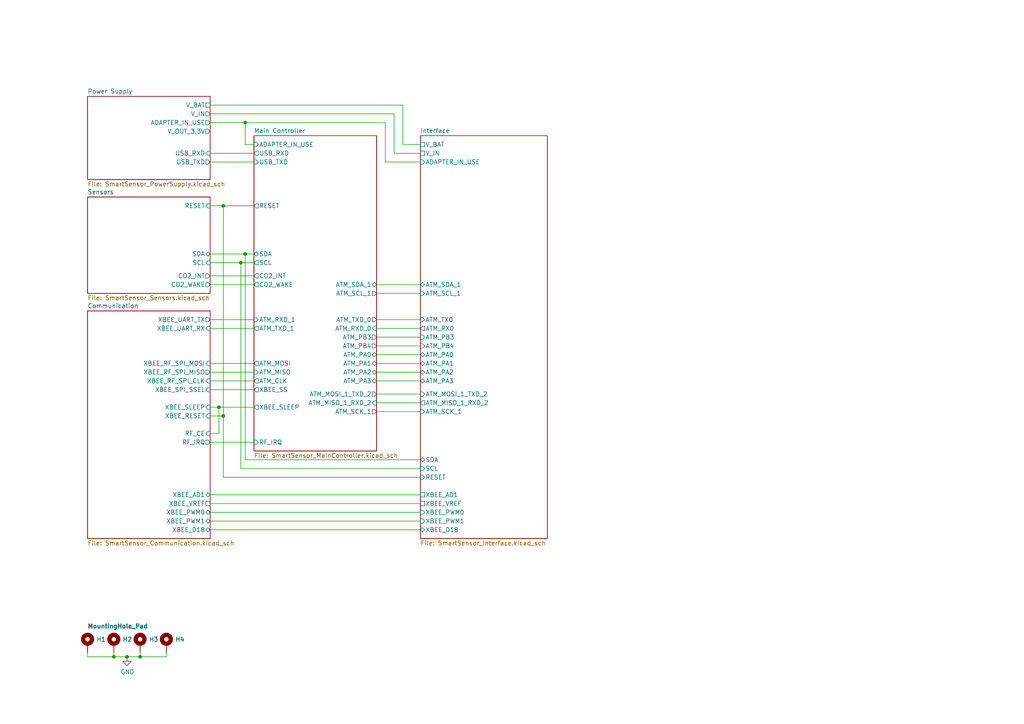
<source format=kicad_sch>
(kicad_sch (version 20211123) (generator eeschema)
  (paper "A4")
  (title_block (title "SmartSensor") (date "2021-11-18") (rev "1.3") (company "Avans Hogeschool") (comment 1 "Maurice Snoeren") (comment 2 "Expertise Centrum Technische Innovatie") (comment 3 "Lectoraat Smart Energy and Datascience & ICT") (comment 4 "Update: Added USB UART connection and CSS811 Reset circuit"))
  (lib_symbols
    (symbol "Mechanical:MountingHole_Pad" (pin_numbers hide) (pin_names (offset 1.016) hide)
      (property "Reference" "H" (at 0 6.35 0))
      (property "Value" "MountingHole_Pad" (at 0 4.445 0))
      (symbol "MountingHole_Pad_0_1"
        (circle (center 0 1.27) (radius 1.27) (stroke (width 1.27)))
      )
      (symbol "MountingHole_Pad_1_1"
        (pin input line (at 0 -2.54 90) (length 2.54) (name "1") (number "1"))
      )
    )
    (symbol "power:GND" (power) (pin_names (offset 0))
      (property "Value" "GND" (at 0 -3.81 0))
      (symbol "GND_0_1"
        (polyline (pts (xy 0 0) (xy 0 -1.27) (xy 1.27 -1.27) (xy 0 -2.54) (xy -1.27 -1.27) (xy 0 -1.27)))
      )
      (symbol "GND_1_1"
        (pin power_in line (at 0 0 270) (length 0) hide (name "GND") (number "1"))
      )
    )
  )
  (junction (at 69.85 76.2))
  (junction (at 40.64 190.5))
  (junction (at 36.83 190.5))
  (junction (at 71.12 73.66))
  (junction (at 64.77 120.65))
  (junction (at 33.02 190.5))
  (junction (at 64.77 59.69))
  (junction (at 63.5 118.11))
  (junction (at 71.12 35.56))
  (wire (pts (xy 60.96 113.03) (xy 73.66 113.03)))
  (wire (pts (xy 25.4 189.23) (xy 25.4 190.5)))
  (wire (pts (xy 69.85 135.89) (xy 69.85 76.2)))
  (wire (pts (xy 40.64 190.5) (xy 36.83 190.5)))
  (wire (pts (xy 25.4 190.5) (xy 33.02 190.5)))
  (wire (pts (xy 109.22 114.3) (xy 121.92 114.3)))
  (wire (pts (xy 60.96 148.59) (xy 121.92 148.59)))
  (wire (pts (xy 121.92 105.41) (xy 109.22 105.41)))
  (wire (pts (xy 60.96 80.01) (xy 73.66 80.01)))
  (wire (pts (xy 64.77 138.43) (xy 64.77 120.65)))
  (wire (pts (xy 60.96 82.55) (xy 73.66 82.55)))
  (wire (pts (xy 40.64 190.5) (xy 48.26 190.5)))
  (wire (pts (xy 60.96 110.49) (xy 73.66 110.49)))
  (wire (pts (xy 60.96 73.66) (xy 71.12 73.66)))
  (wire (pts (xy 73.66 95.25) (xy 60.96 95.25)))
  (wire (pts (xy 60.96 44.45) (xy 73.66 44.45)))
  (wire (pts (xy 60.96 120.65) (xy 64.77 120.65)))
  (wire (pts (xy 33.02 189.23) (xy 33.02 190.5)))
  (wire (pts (xy 60.96 92.71) (xy 73.66 92.71)))
  (wire (pts (xy 60.96 46.99) (xy 73.66 46.99)))
  (wire (pts (xy 60.96 105.41) (xy 73.66 105.41)))
  (wire (pts (xy 60.96 30.48) (xy 116.84 30.48)))
  (wire (pts (xy 63.5 125.73) (xy 63.5 118.11)))
  (wire (pts (xy 121.92 95.25) (xy 109.22 95.25)))
  (wire (pts (xy 109.22 116.84) (xy 121.92 116.84)))
  (wire (pts (xy 109.22 82.55) (xy 121.92 82.55)))
  (wire (pts (xy 121.92 85.09) (xy 109.22 85.09)))
  (wire (pts (xy 121.92 110.49) (xy 109.22 110.49)))
  (wire (pts (xy 63.5 118.11) (xy 73.66 118.11)))
  (wire (pts (xy 116.84 30.48) (xy 116.84 41.91)))
  (wire (pts (xy 60.96 76.2) (xy 69.85 76.2)))
  (wire (pts (xy 109.22 102.87) (xy 121.92 102.87)))
  (wire (pts (xy 121.92 138.43) (xy 64.77 138.43)))
  (wire (pts (xy 114.3 33.02) (xy 114.3 44.45)))
  (wire (pts (xy 60.96 107.95) (xy 73.66 107.95)))
  (wire (pts (xy 40.64 189.23) (xy 40.64 190.5)))
  (wire (pts (xy 60.96 151.13) (xy 121.92 151.13)))
  (wire (pts (xy 73.66 59.69) (xy 64.77 59.69)))
  (wire (pts (xy 60.96 128.27) (xy 73.66 128.27)))
  (wire (pts (xy 71.12 35.56) (xy 111.76 35.56)))
  (wire (pts (xy 60.96 143.51) (xy 121.92 143.51)))
  (wire (pts (xy 64.77 59.69) (xy 60.96 59.69)))
  (wire (pts (xy 60.96 153.67) (xy 121.92 153.67)))
  (wire (pts (xy 121.92 135.89) (xy 69.85 135.89)))
  (wire (pts (xy 33.02 190.5) (xy 36.83 190.5)))
  (wire (pts (xy 60.96 125.73) (xy 63.5 125.73)))
  (wire (pts (xy 71.12 133.35) (xy 71.12 73.66)))
  (wire (pts (xy 71.12 41.91) (xy 71.12 35.56)))
  (wire (pts (xy 60.96 33.02) (xy 114.3 33.02)))
  (wire (pts (xy 109.22 100.33) (xy 121.92 100.33)))
  (wire (pts (xy 111.76 35.56) (xy 111.76 46.99)))
  (wire (pts (xy 121.92 133.35) (xy 71.12 133.35)))
  (wire (pts (xy 71.12 73.66) (xy 73.66 73.66)))
  (wire (pts (xy 109.22 119.38) (xy 121.92 119.38)))
  (wire (pts (xy 64.77 120.65) (xy 64.77 59.69)))
  (wire (pts (xy 109.22 107.95) (xy 121.92 107.95)))
  (wire (pts (xy 111.76 46.99) (xy 121.92 46.99)))
  (wire (pts (xy 48.26 190.5) (xy 48.26 189.23)))
  (wire (pts (xy 73.66 41.91) (xy 71.12 41.91)))
  (wire (pts (xy 121.92 97.79) (xy 109.22 97.79)))
  (wire (pts (xy 60.96 35.56) (xy 71.12 35.56)))
  (wire (pts (xy 114.3 44.45) (xy 121.92 44.45)))
  (wire (pts (xy 116.84 41.91) (xy 121.92 41.91)))
  (wire (pts (xy 60.96 146.05) (xy 121.92 146.05)))
  (wire (pts (xy 69.85 76.2) (xy 73.66 76.2)))
  (wire (pts (xy 109.22 92.71) (xy 121.92 92.71)))
  (wire (pts (xy 60.96 118.11) (xy 63.5 118.11)))
  (symbol (lib_id "Mechanical:MountingHole_Pad") (at 25.4 186.69 0) (unit 1)
    (property "Reference" "H1" (at 27.94 185.4454 0) (effects (justify left)))
    (property "Value" "MountingHole_Pad" (at 25.4 181.61 0) (effects (justify left)))
    (property "Footprint" "MountingHole:MountingHole_2.2mm_M2_Pad_Via" (effects hide))
  )
  (symbol (lib_id "Mechanical:MountingHole_Pad") (at 33.02 186.69 0) (unit 1)
    (property "Reference" "H2" (at 35.56 185.4454 0) (effects (justify left)))
    (property "Value" "MountingHole_Pad" (at 25.4 181.61 0) (effects (justify left)))
    (property "Footprint" "MountingHole:MountingHole_2.2mm_M2_Pad_Via" (effects hide))
  )
  (symbol (lib_id "Mechanical:MountingHole_Pad") (at 40.64 186.69 0) (unit 1)
    (property "Reference" "H3" (at 43.18 185.4454 0) (effects (justify left)))
    (property "Value" "MountingHole_Pad" (at 25.4 181.61 0) (effects (justify left)))
    (property "Footprint" "MountingHole:MountingHole_2.2mm_M2_Pad_Via" (effects hide))
  )
  (symbol (lib_id "power:GND") (at 36.83 190.5 0) (unit 1)
    (property "Reference" "#PWR01" (effects hide))
    (property "Value" "GND" (at 36.957 194.8942 0))
  )
  (symbol (lib_id "Mechanical:MountingHole_Pad") (at 48.26 186.69 0) (unit 1)
    (property "Reference" "H4" (at 50.8 185.4454 0) (effects (justify left)))
    (property "Value" "MountingHole_Pad" (at 25.4 181.61 0) (effects (justify left)))
    (property "Footprint" "MountingHole:MountingHole_2.2mm_M2_Pad_Via" (effects hide))
  )
  (sheet (at 25.4 27.94) (size 35.56 24.13)
    (property "Sheet name" "Power Supply" (at 25.4 27.2284 0) (effects (justify left bottom)))
    (property "Sheet file" "SmartSensor_PowerSupply.kicad_sch" (at 25.4 52.6546 0) (effects (justify left top)))
    (pin "V_IN" output (at 60.96 33.02 0))
    (pin "ADAPTER_IN_USE" output (at 60.96 35.56 0))
    (pin "V_OUT_3.3V" output (at 60.96 38.1 0))
    (pin "V_BAT" passive (at 60.96 30.48 0))
    (pin "USB_RXD" input (at 60.96 44.45 0))
    (pin "USB_TXD" output (at 60.96 46.99 0))
  )
  (sheet (at 121.92 39.37) (size 36.83 116.84)
    (property "Sheet name" "Interface" (at 121.92 38.6584 0) (effects (justify left bottom)))
    (property "Sheet file" "SmartSensor_Interface.kicad_sch" (at 121.92 156.7946 0) (effects (justify left top)))
    (pin "V_BAT" passive (at 121.92 41.91 180))
    (pin "V_IN" passive (at 121.92 44.45 180))
    (pin "ADAPTER_IN_USE" input (at 121.92 46.99 180))
    (pin "RESET" input (at 121.92 138.43 180))
    (pin "ATM_TX0" input (at 121.92 92.71 180))
    (pin "ATM_RX0" output (at 121.92 95.25 180))
    (pin "ATM_PA0" tri_state (at 121.92 102.87 180))
    (pin "ATM_PA1" tri_state (at 121.92 105.41 180))
    (pin "ATM_PA2" tri_state (at 121.92 107.95 180))
    (pin "ATM_MOSI_1_TXD_2" input (at 121.92 114.3 180))
    (pin "ATM_MISO_1_RXD_2" output (at 121.92 116.84 180))
    (pin "ATM_SCK_1" input (at 121.92 119.38 180))
    (pin "SDA" bidirectional (at 121.92 133.35 180))
    (pin "SCL" input (at 121.92 135.89 180))
    (pin "XBEE_AD1" passive (at 121.92 143.51 180))
    (pin "XBEE_VREF" passive (at 121.92 146.05 180))
    (pin "XBEE_PWM0" input (at 121.92 148.59 180))
    (pin "XBEE_PWM1" input (at 121.92 151.13 180))
    (pin "XBEE_D18" bidirectional (at 121.92 153.67 180))
    (pin "ATM_SDA_1" bidirectional (at 121.92 82.55 180))
    (pin "ATM_SCL_1" input (at 121.92 85.09 180))
    (pin "ATM_PA3" tri_state (at 121.92 110.49 180))
    (pin "ATM_PB3" input (at 121.92 97.79 180))
    (pin "ATM_PB4" input (at 121.92 100.33 180))
  )
  (sheet (at 73.66 39.37) (size 35.56 91.44)
    (property "Sheet name" "Main Controller" (at 73.66 38.6584 0) (effects (justify left bottom)))
    (property "Sheet file" "SmartSensor_MainController.kicad_sch" (at 73.66 131.3946 0) (effects (justify left top)))
    (pin "ADAPTER_IN_USE" input (at 73.66 41.91 180))
    (pin "RESET" output (at 73.66 59.69 180))
    (pin "SDA" bidirectional (at 73.66 73.66 180))
    (pin "SCL" output (at 73.66 76.2 180))
    (pin "CO2_INT" output (at 73.66 80.01 180))
    (pin "CO2_WAKE" output (at 73.66 82.55 180))
    (pin "ATM_MOSI" output (at 73.66 105.41 180))
    (pin "ATM_MISO" input (at 73.66 107.95 180))
    (pin "ATM_CLK" output (at 73.66 110.49 180))
    (pin "ATM_TXD_0" output (at 109.22 92.71 0))
    (pin "ATM_TXD_1" output (at 73.66 95.25 180))
    (pin "ATM_RXD_0" input (at 109.22 95.25 0))
    (pin "ATM_RXD_1" input (at 73.66 92.71 180))
    (pin "XBEE_SS" output (at 73.66 113.03 180))
    (pin "XBEE_SLEEP" output (at 73.66 118.11 180))
    (pin "RF_IRQ" input (at 73.66 128.27 180))
    (pin "ATM_PA0" tri_state (at 109.22 102.87 0))
    (pin "ATM_PA1" tri_state (at 109.22 105.41 0))
    (pin "ATM_PA2" tri_state (at 109.22 107.95 0))
    (pin "ATM_MISO_1_RXD_2" input (at 109.22 116.84 0))
    (pin "ATM_MOSI_1_TXD_2" output (at 109.22 114.3 0))
    (pin "ATM_SCK_1" output (at 109.22 119.38 0))
    (pin "ATM_SDA_1" bidirectional (at 109.22 82.55 0))
    (pin "ATM_SCL_1" output (at 109.22 85.09 0))
    (pin "ATM_PA3" tri_state (at 109.22 110.49 0))
    (pin "ATM_PB3" output (at 109.22 97.79 0))
    (pin "ATM_PB4" output (at 109.22 100.33 0))
    (pin "USB_RXD" output (at 73.66 44.45 180))
    (pin "USB_TXD" input (at 73.66 46.99 180))
  )
  (sheet (at 25.4 57.15) (size 35.56 27.94)
    (property "Sheet name" "Sensors" (at 25.4 56.4384 0) (effects (justify left bottom)))
    (property "Sheet file" "SmartSensor_Sensors.kicad_sch" (at 25.4 85.6746 0) (effects (justify left top)))
    (pin "SDA" bidirectional (at 60.96 73.66 0))
    (pin "SCL" input (at 60.96 76.2 0))
    (pin "RESET" input (at 60.96 59.69 0))
    (pin "CO2_INT" output (at 60.96 80.01 0))
    (pin "CO2_WAKE" output (at 60.96 82.55 0))
  )
  (sheet (at 25.4 90.17) (size 35.56 66.04)
    (property "Sheet name" "Communication" (at 25.4 89.4584 0) (effects (justify left bottom)))
    (property "Sheet file" "SmartSensor_Communication.kicad_sch" (at 25.4 156.7946 0) (effects (justify left top)))
    (pin "XBEE_UART_TX" output (at 60.96 92.71 0))
    (pin "XBEE_UART_RX" input (at 60.96 95.25 0))
    (pin "XBEE_RF_SPI_MOSI" input (at 60.96 105.41 0))
    (pin "XBEE_RF_SPI_MISO" output (at 60.96 107.95 0))
    (pin "XBEE_RF_SPI_CLK" input (at 60.96 110.49 0))
    (pin "XBEE_SPI_SSEL" input (at 60.96 113.03 0))
    (pin "XBEE_SLEEP" input (at 60.96 118.11 0))
    (pin "XBEE_RESET" input (at 60.96 120.65 0))
    (pin "XBEE_AD1" bidirectional (at 60.96 143.51 0))
    (pin "XBEE_VREF" passive (at 60.96 146.05 0))
    (pin "XBEE_PWM0" bidirectional (at 60.96 148.59 0))
    (pin "XBEE_PWM1" bidirectional (at 60.96 151.13 0))
    (pin "XBEE_D18" bidirectional (at 60.96 153.67 0))
    (pin "RF_IRQ" output (at 60.96 128.27 0))
    (pin "RF_CE" input (at 60.96 125.73 0))
  )
)
</source>
